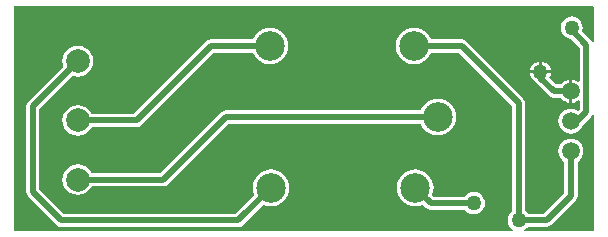
<source format=gbl>
G04*
G04 #@! TF.GenerationSoftware,Altium Limited,Altium Designer,18.0.12 (696)*
G04*
G04 Layer_Physical_Order=2*
G04 Layer_Color=16711680*
%FSLAX25Y25*%
%MOIN*%
G70*
G01*
G75*
%ADD23C,0.01968*%
%ADD24C,0.09843*%
%ADD25C,0.05906*%
%ADD26C,0.07874*%
%ADD27C,0.05000*%
G36*
X194882Y76772D02*
Y65249D01*
X194382Y65097D01*
X194022Y65636D01*
X191054Y68604D01*
X191185Y68921D01*
X191311Y69882D01*
X191185Y70843D01*
X190814Y71738D01*
X190224Y72507D01*
X189455Y73097D01*
X188559Y73468D01*
X187598Y73595D01*
X186637Y73468D01*
X185742Y73097D01*
X184973Y72507D01*
X184383Y71738D01*
X184012Y70843D01*
X183886Y69882D01*
X184012Y68921D01*
X184383Y68025D01*
X184973Y67256D01*
X185742Y66667D01*
X186637Y66295D01*
X187190Y66223D01*
X190253Y63160D01*
Y52104D01*
X189753Y51857D01*
X189336Y52177D01*
X188374Y52575D01*
X187843Y52645D01*
Y48724D01*
Y44803D01*
X188374Y44873D01*
X189336Y45272D01*
X189753Y45592D01*
X190253Y45345D01*
Y42686D01*
X189694Y42127D01*
X189427Y42331D01*
X188422Y42748D01*
X187343Y42890D01*
X186263Y42748D01*
X185258Y42331D01*
X184394Y41669D01*
X183732Y40805D01*
X183315Y39800D01*
X183173Y38721D01*
X183315Y37641D01*
X183732Y36636D01*
X184394Y35772D01*
X185258Y35110D01*
X186263Y34693D01*
X187343Y34551D01*
X188422Y34693D01*
X189427Y35110D01*
X190291Y35772D01*
X190953Y36636D01*
X191312Y37500D01*
X194022Y40211D01*
X194382Y40749D01*
X194882Y40598D01*
Y1969D01*
X171877D01*
X171777Y2468D01*
X171837Y2493D01*
X172606Y3083D01*
X172926Y3501D01*
X179232D01*
X180077Y3669D01*
X180793Y4148D01*
X188904Y12258D01*
X189382Y12974D01*
X189550Y13819D01*
Y25200D01*
X190291Y25768D01*
X190953Y26632D01*
X191370Y27637D01*
X191512Y28717D01*
X191370Y29796D01*
X190953Y30801D01*
X190291Y31665D01*
X189427Y32327D01*
X188422Y32744D01*
X187343Y32886D01*
X186263Y32744D01*
X185258Y32327D01*
X184394Y31665D01*
X183732Y30801D01*
X183315Y29796D01*
X183173Y28717D01*
X183315Y27637D01*
X183732Y26632D01*
X184394Y25768D01*
X185135Y25200D01*
Y14733D01*
X178318Y7916D01*
X172926D01*
X172606Y8334D01*
X172188Y8654D01*
Y44685D01*
X172020Y45530D01*
X171541Y46246D01*
X152490Y65297D01*
X151774Y65776D01*
X150929Y65944D01*
X140743D01*
X140700Y66083D01*
X140134Y67143D01*
X139371Y68072D01*
X138442Y68835D01*
X137382Y69401D01*
X136232Y69750D01*
X135035Y69868D01*
X133839Y69750D01*
X132689Y69401D01*
X131629Y68835D01*
X130700Y68072D01*
X129937Y67143D01*
X129370Y66083D01*
X129021Y64933D01*
X128903Y63736D01*
X129021Y62540D01*
X129370Y61390D01*
X129937Y60330D01*
X130700Y59400D01*
X131629Y58638D01*
X132689Y58071D01*
X133839Y57722D01*
X135035Y57604D01*
X136232Y57722D01*
X137382Y58071D01*
X138442Y58638D01*
X139371Y59400D01*
X140134Y60330D01*
X140700Y61390D01*
X140743Y61528D01*
X150015D01*
X167772Y43771D01*
Y8654D01*
X167355Y8334D01*
X166765Y7565D01*
X166394Y6670D01*
X166268Y5709D01*
X166394Y4748D01*
X166765Y3852D01*
X167355Y3083D01*
X168124Y2493D01*
X168184Y2468D01*
X168084Y1969D01*
X1969D01*
X1870Y2067D01*
Y77165D01*
X194488D01*
X194882Y76772D01*
D02*
G37*
%LPC*%
G36*
X87004Y69868D02*
X85808Y69750D01*
X84657Y69401D01*
X83597Y68835D01*
X82668Y68072D01*
X81905Y67143D01*
X81339Y66083D01*
X81297Y65944D01*
X67378D01*
X66533Y65776D01*
X65817Y65297D01*
X41656Y41137D01*
X27551D01*
X27396Y41510D01*
X26575Y42579D01*
X25506Y43400D01*
X24261Y43916D01*
X22925Y44091D01*
X21589Y43916D01*
X20344Y43400D01*
X19275Y42579D01*
X18454Y41510D01*
X17939Y40265D01*
X17763Y38929D01*
X17939Y37593D01*
X18454Y36348D01*
X19275Y35279D01*
X20344Y34459D01*
X21589Y33943D01*
X22925Y33767D01*
X24261Y33943D01*
X25506Y34459D01*
X26575Y35279D01*
X27396Y36348D01*
X27551Y36721D01*
X42571D01*
X43416Y36889D01*
X44132Y37368D01*
X68292Y61528D01*
X81297D01*
X81339Y61390D01*
X81905Y60330D01*
X82668Y59400D01*
X83597Y58638D01*
X84657Y58071D01*
X85808Y57722D01*
X87004Y57604D01*
X88200Y57722D01*
X89350Y58071D01*
X90411Y58638D01*
X91340Y59400D01*
X92102Y60330D01*
X92669Y61390D01*
X93018Y62540D01*
X93136Y63736D01*
X93018Y64933D01*
X92669Y66083D01*
X92102Y67143D01*
X91340Y68072D01*
X90411Y68835D01*
X89350Y69401D01*
X88200Y69750D01*
X87004Y69868D01*
D02*
G37*
G36*
X177665Y58583D02*
Y55618D01*
X180630D01*
X180575Y56032D01*
X180223Y56883D01*
X179662Y57614D01*
X178930Y58175D01*
X178079Y58528D01*
X177665Y58583D01*
D02*
G37*
G36*
X176665D02*
X176252Y58528D01*
X175400Y58175D01*
X174669Y57614D01*
X174108Y56883D01*
X173755Y56032D01*
X173701Y55618D01*
X176665D01*
Y58583D01*
D02*
G37*
G36*
X22925Y63776D02*
X21589Y63601D01*
X20344Y63085D01*
X19275Y62265D01*
X18454Y61195D01*
X17939Y59950D01*
X17763Y58614D01*
X17939Y57278D01*
X18093Y56905D01*
X6411Y45223D01*
X5933Y44506D01*
X5765Y43661D01*
Y15157D01*
X5933Y14313D01*
X6411Y13596D01*
X15958Y4049D01*
X16675Y3571D01*
X17520Y3402D01*
X76516D01*
X77361Y3571D01*
X78077Y4049D01*
X84923Y10895D01*
X85051Y10827D01*
X86201Y10478D01*
X87398Y10360D01*
X88594Y10478D01*
X89744Y10827D01*
X90804Y11394D01*
X91733Y12156D01*
X92496Y13085D01*
X93063Y14146D01*
X93412Y15296D01*
X93529Y16492D01*
X93412Y17688D01*
X93063Y18839D01*
X92496Y19899D01*
X91733Y20828D01*
X90804Y21591D01*
X89744Y22157D01*
X88594Y22506D01*
X87398Y22624D01*
X86201Y22506D01*
X85051Y22157D01*
X83991Y21591D01*
X83062Y20828D01*
X82299Y19899D01*
X81732Y18839D01*
X81384Y17688D01*
X81266Y16492D01*
X81384Y15296D01*
X81732Y14146D01*
X81801Y14018D01*
X75601Y7818D01*
X18434D01*
X10180Y16072D01*
Y42747D01*
X21216Y53782D01*
X21589Y53628D01*
X22925Y53452D01*
X24261Y53628D01*
X25506Y54144D01*
X26575Y54964D01*
X27396Y56033D01*
X27911Y57278D01*
X28087Y58614D01*
X27911Y59950D01*
X27396Y61195D01*
X26575Y62265D01*
X25506Y63085D01*
X24261Y63601D01*
X22925Y63776D01*
D02*
G37*
G36*
X180630Y54618D02*
X173701D01*
X173755Y54204D01*
X174108Y53353D01*
X174669Y52622D01*
X175171Y52237D01*
X175604Y51588D01*
X180029Y47163D01*
X180746Y46685D01*
X181590Y46517D01*
X184054D01*
X184523Y45905D01*
X185349Y45272D01*
X186311Y44873D01*
X186843Y44803D01*
Y48724D01*
Y52645D01*
X186311Y52575D01*
X185349Y52177D01*
X184523Y51544D01*
X184054Y50932D01*
X182505D01*
X180163Y53275D01*
X180223Y53353D01*
X180575Y54204D01*
X180630Y54618D01*
D02*
G37*
G36*
X142909Y46246D02*
X141713Y46128D01*
X140563Y45779D01*
X139503Y45213D01*
X138574Y44450D01*
X137811Y43521D01*
X137244Y42461D01*
X137202Y42322D01*
X72398D01*
X71553Y42154D01*
X70837Y41675D01*
X50613Y21452D01*
X27551D01*
X27396Y21825D01*
X26575Y22894D01*
X25506Y23715D01*
X24261Y24230D01*
X22925Y24406D01*
X21589Y24230D01*
X20344Y23715D01*
X19275Y22894D01*
X18454Y21825D01*
X17939Y20580D01*
X17763Y19244D01*
X17939Y17908D01*
X18454Y16663D01*
X19275Y15594D01*
X20344Y14773D01*
X21589Y14258D01*
X22925Y14082D01*
X24261Y14258D01*
X25506Y14773D01*
X26575Y15594D01*
X27396Y16663D01*
X27551Y17036D01*
X51528D01*
X52372Y17204D01*
X53089Y17683D01*
X73312Y37906D01*
X137202D01*
X137244Y37768D01*
X137811Y36707D01*
X138574Y35778D01*
X139503Y35016D01*
X140563Y34449D01*
X141713Y34100D01*
X142909Y33982D01*
X144106Y34100D01*
X145256Y34449D01*
X146316Y35016D01*
X147245Y35778D01*
X148008Y36707D01*
X148574Y37768D01*
X148924Y38918D01*
X149041Y40114D01*
X148924Y41311D01*
X148574Y42461D01*
X148008Y43521D01*
X147245Y44450D01*
X146316Y45213D01*
X145256Y45779D01*
X144106Y46128D01*
X142909Y46246D01*
D02*
G37*
G36*
X135429Y22624D02*
X134233Y22506D01*
X133082Y22157D01*
X132022Y21591D01*
X131093Y20828D01*
X130331Y19899D01*
X129764Y18839D01*
X129415Y17688D01*
X129297Y16492D01*
X129415Y15296D01*
X129764Y14146D01*
X130331Y13085D01*
X131093Y12156D01*
X132022Y11394D01*
X133082Y10827D01*
X134233Y10478D01*
X135429Y10360D01*
X136625Y10478D01*
X137776Y10827D01*
X137904Y10895D01*
X138986Y9813D01*
X139702Y9334D01*
X140547Y9166D01*
X152019D01*
X152339Y8749D01*
X153108Y8159D01*
X154004Y7788D01*
X154965Y7661D01*
X155926Y7788D01*
X156821Y8159D01*
X157590Y8749D01*
X158180Y9518D01*
X158551Y10413D01*
X158677Y11374D01*
X158551Y12335D01*
X158180Y13230D01*
X157590Y13999D01*
X156821Y14590D01*
X155926Y14960D01*
X154965Y15087D01*
X154004Y14960D01*
X153108Y14590D01*
X152339Y13999D01*
X152019Y13582D01*
X141462D01*
X141026Y14018D01*
X141094Y14146D01*
X141443Y15296D01*
X141561Y16492D01*
X141443Y17688D01*
X141094Y18839D01*
X140528Y19899D01*
X139765Y20828D01*
X138836Y21591D01*
X137776Y22157D01*
X136625Y22506D01*
X135429Y22624D01*
D02*
G37*
%LPD*%
D23*
X181590Y48724D02*
X187343D01*
X177165Y53150D02*
X181590Y48724D01*
X177165Y53150D02*
Y55118D01*
X169980Y5709D02*
Y44685D01*
X150929Y63736D02*
X169980Y44685D01*
X187598Y68937D02*
X192461Y64075D01*
X187598Y68937D02*
Y69882D01*
X192461Y41772D02*
Y64075D01*
X189409Y38721D02*
X192461Y41772D01*
X187343Y38721D02*
X189409D01*
X169980Y5709D02*
X179232D01*
X187343Y13819D01*
Y28717D01*
X22925Y19244D02*
X51528D01*
X72398Y40114D01*
X142909D01*
X22925Y38929D02*
X42571D01*
X67378Y63736D01*
X87004D01*
X7972Y43661D02*
X22925Y58614D01*
X7972Y15157D02*
Y43661D01*
Y15157D02*
X17520Y5610D01*
X76516D01*
X87398Y16492D01*
X135035Y63736D02*
X150929D01*
X135429Y16492D02*
X140547Y11374D01*
X154965D01*
D24*
X135429Y16492D02*
D03*
X142909Y40114D02*
D03*
X87004Y63736D02*
D03*
X135035D02*
D03*
X87398Y16492D02*
D03*
D25*
X187343Y48724D02*
D03*
Y38721D02*
D03*
Y28717D02*
D03*
D26*
X22925Y19244D02*
D03*
Y38929D02*
D03*
Y58614D02*
D03*
D27*
X177165Y55118D02*
D03*
X187598Y69882D02*
D03*
X169980Y5709D02*
D03*
X154965Y11374D02*
D03*
M02*

</source>
